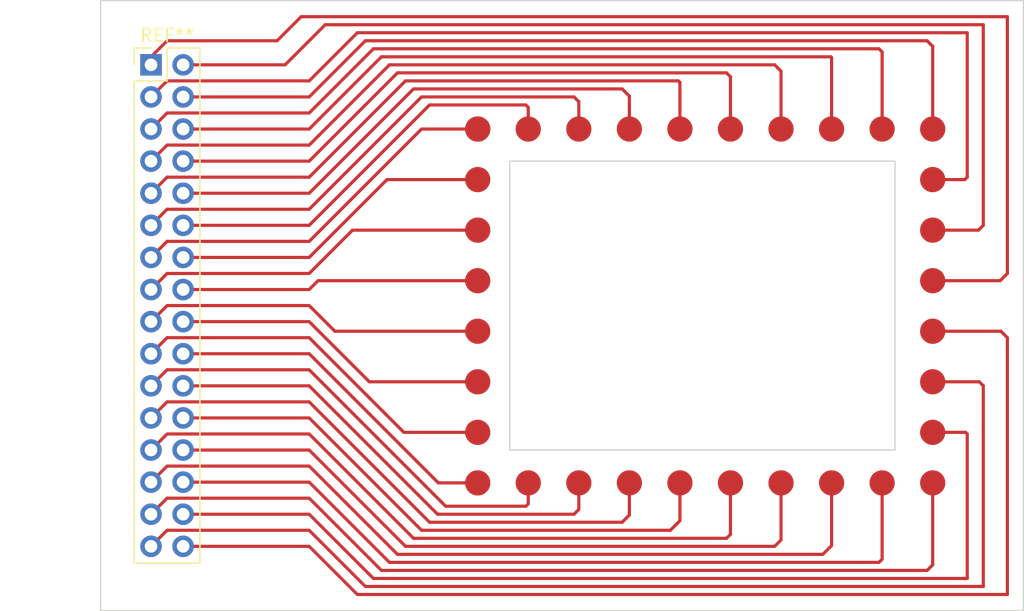
<source format=kicad_pcb>
(kicad_pcb (version 20221018) (generator pcbnew)
  (layers (0 "F.Cu" signal) (31 "B.Cu" signal) (34 "B.Paste" user) (35 "F.Paste" user) (36 "B.SilkS" user "B.Silkscreen") (37 "F.SilkS" user "F.Silkscreen") (38 "B.Mask" user) (39 "F.Mask" user) (44 "Edge.Cuts" user))
  (net 0 "")
  (footprint "CustomFootprints:FingerFrame" (layer "F.Cu") (at 112.01 24.13)
    (fp_text reference "REF**" hide)
    (fp_text value "FingerFrame" hide)
    (pad "1" smd circle (at 0 0) (size 2 2) (layers "F.Cu" "F.Paste" "F.Mask"))
    (pad "1" smd circle (at 0 0) (size 2 2) (layers "F.Cu" "F.Paste" "F.Mask"))
    (pad "1" smd circle (at 0 4) (size 2 2) (layers "F.Cu" "F.Paste" "F.Mask"))
    (pad "1" smd circle (at 0 8) (size 2 2) (layers "F.Cu" "F.Paste" "F.Mask"))
    (pad "1" smd circle (at 0 12) (size 2 2) (layers "F.Cu" "F.Paste" "F.Mask"))
    (pad "1" smd circle (at 0 16) (size 2 2) (layers "F.Cu" "F.Paste" "F.Mask"))
    (pad "1" smd circle (at 0 20) (size 2 2) (layers "F.Cu" "F.Paste" "F.Mask"))
    (pad "1" smd circle (at 0 24) (size 2 2) (layers "F.Cu" "F.Paste" "F.Mask"))
    (pad "1" smd circle (at 0 28) (size 2 2) (layers "F.Cu" "F.Paste" "F.Mask"))
    (pad "1" smd circle (at 4 0) (size 2 2) (layers "F.Cu" "F.Paste" "F.Mask"))
    (pad "1" smd circle (at 4 28) (size 2 2) (layers "F.Cu" "F.Paste" "F.Mask"))
    (pad "1" smd circle (at 8 0) (size 2 2) (layers "F.Cu" "F.Paste" "F.Mask"))
    (pad "1" smd circle (at 8 28) (size 2 2) (layers "F.Cu" "F.Paste" "F.Mask"))
    (pad "1" smd circle (at 12 0) (size 2 2) (layers "F.Cu" "F.Paste" "F.Mask"))
    (pad "1" smd circle (at 12 28) (size 2 2) (layers "F.Cu" "F.Paste" "F.Mask"))
    (pad "1" smd circle (at 16 0) (size 2 2) (layers "F.Cu" "F.Paste" "F.Mask"))
    (pad "1" smd circle (at 16 28) (size 2 2) (layers "F.Cu" "F.Paste" "F.Mask"))
    (pad "1" smd circle (at 20 0) (size 2 2) (layers "F.Cu" "F.Paste" "F.Mask"))
    (pad "1" smd circle (at 20 28) (size 2 2) (layers "F.Cu" "F.Paste" "F.Mask"))
    (pad "1" smd circle (at 24 0) (size 2 2) (layers "F.Cu" "F.Paste" "F.Mask"))
    (pad "1" smd circle (at 24 28) (size 2 2) (layers "F.Cu" "F.Paste" "F.Mask"))
    (pad "1" smd circle (at 28 0) (size 2 2) (layers "F.Cu" "F.Paste" "F.Mask"))
    (pad "1" smd circle (at 28 28) (size 2 2) (layers "F.Cu" "F.Paste" "F.Mask"))
    (pad "1" smd circle (at 32 0) (size 2 2) (layers "F.Cu" "F.Paste" "F.Mask"))
    (pad "1" smd circle (at 32 28) (size 2 2) (layers "F.Cu" "F.Paste" "F.Mask"))
    (pad "1" smd circle (at 36 0) (size 2 2) (layers "F.Cu" "F.Paste" "F.Mask"))
    (pad "1" smd circle (at 36 4) (size 2 2) (layers "F.Cu" "F.Paste" "F.Mask"))
    (pad "1" smd circle (at 36 8) (size 2 2) (layers "F.Cu" "F.Paste" "F.Mask"))
    (pad "1" smd circle (at 36 12) (size 2 2) (layers "F.Cu" "F.Paste" "F.Mask"))
    (pad "1" smd circle (at 36 16) (size 2 2) (layers "F.Cu" "F.Paste" "F.Mask"))
    (pad "1" smd circle (at 36 20) (size 2 2) (layers "F.Cu" "F.Paste" "F.Mask"))
    (pad "1" smd circle (at 36 24) (size 2 2) (layers "F.Cu" "F.Paste" "F.Mask"))
    (pad "1" smd circle (at 36 28) (size 2 2) (layers "F.Cu" "F.Paste" "F.Mask"))
  )
  (footprint "Connector_PinHeader_2.54mm:PinHeader_2x16_P2.54mm_Vertical" (layer "F.Cu") (at 86.16 19.05)
    (fp_text reference "REF**" (at 1.27 -2.33) (layer "F.SilkS"))
    (fp_text value "PinHeader_2x16_P2.54mm_Vertical")
    (fp_line (start -1.33 -1.33) (end 0 -1.33) (stroke (width 0.12)) (layer "F.SilkS"))
    (fp_line (start -1.33 0) (end -1.33 -1.33) (stroke (width 0.12)) (layer "F.SilkS"))
    (fp_line (start -1.33 1.27) (end -1.33 39.43) (stroke (width 0.12)) (layer "F.SilkS"))
    (fp_line (start -1.33 1.27) (end 1.27 1.27) (stroke (width 0.12)) (layer "F.SilkS"))
    (fp_line (start -1.33 39.43) (end 3.87 39.43) (stroke (width 0.12)) (layer "F.SilkS"))
    (fp_line (start 1.27 -1.33) (end 3.87 -1.33) (stroke (width 0.12)) (layer "F.SilkS"))
    (fp_line (start 1.27 1.27) (end 1.27 -1.33) (stroke (width 0.12)) (layer "F.SilkS"))
    (fp_line (start 3.87 -1.33) (end 3.87 39.43) (stroke (width 0.12)) (layer "F.SilkS"))
    (pad "1" thru_hole rect (at 0 0) (size 1.7 1.7) (drill 1) (layers "*.Cu" "*.Mask"))
    (pad "2" thru_hole oval (at 2.54 0) (size 1.7 1.7) (drill 1) (layers "*.Cu" "*.Mask"))
    (pad "3" thru_hole oval (at 0 2.54) (size 1.7 1.7) (drill 1) (layers "*.Cu" "*.Mask"))
    (pad "4" thru_hole oval (at 2.54 2.54) (size 1.7 1.7) (drill 1) (layers "*.Cu" "*.Mask"))
    (pad "5" thru_hole oval (at 0 5.08) (size 1.7 1.7) (drill 1) (layers "*.Cu" "*.Mask"))
    (pad "6" thru_hole oval (at 2.54 5.08) (size 1.7 1.7) (drill 1) (layers "*.Cu" "*.Mask"))
    (pad "7" thru_hole oval (at 0 7.62) (size 1.7 1.7) (drill 1) (layers "*.Cu" "*.Mask"))
    (pad "8" thru_hole oval (at 2.54 7.62) (size 1.7 1.7) (drill 1) (layers "*.Cu" "*.Mask"))
    (pad "9" thru_hole oval (at 0 10.16) (size 1.7 1.7) (drill 1) (layers "*.Cu" "*.Mask"))
    (pad "10" thru_hole oval (at 2.54 10.16) (size 1.7 1.7) (drill 1) (layers "*.Cu" "*.Mask"))
    (pad "11" thru_hole oval (at 0 12.7) (size 1.7 1.7) (drill 1) (layers "*.Cu" "*.Mask"))
    (pad "12" thru_hole oval (at 2.54 12.7) (size 1.7 1.7) (drill 1) (layers "*.Cu" "*.Mask"))
    (pad "13" thru_hole oval (at 0 15.24) (size 1.7 1.7) (drill 1) (layers "*.Cu" "*.Mask"))
    (pad "14" thru_hole oval (at 2.54 15.24) (size 1.7 1.7) (drill 1) (layers "*.Cu" "*.Mask"))
    (pad "15" thru_hole oval (at 0 17.78) (size 1.7 1.7) (drill 1) (layers "*.Cu" "*.Mask"))
    (pad "16" thru_hole oval (at 2.54 17.78) (size 1.7 1.7) (drill 1) (layers "*.Cu" "*.Mask"))
    (pad "17" thru_hole oval (at 0 20.32) (size 1.7 1.7) (drill 1) (layers "*.Cu" "*.Mask"))
    (pad "18" thru_hole oval (at 2.54 20.32) (size 1.7 1.7) (drill 1) (layers "*.Cu" "*.Mask"))
    (pad "19" thru_hole oval (at 0 22.86) (size 1.7 1.7) (drill 1) (layers "*.Cu" "*.Mask"))
    (pad "20" thru_hole oval (at 2.54 22.86) (size 1.7 1.7) (drill 1) (layers "*.Cu" "*.Mask"))
    (pad "21" thru_hole oval (at 0 25.4) (size 1.7 1.7) (drill 1) (layers "*.Cu" "*.Mask"))
    (pad "22" thru_hole oval (at 2.54 25.4) (size 1.7 1.7) (drill 1) (layers "*.Cu" "*.Mask"))
    (pad "23" thru_hole oval (at 0 27.94) (size 1.7 1.7) (drill 1) (layers "*.Cu" "*.Mask"))
    (pad "24" thru_hole oval (at 2.54 27.94) (size 1.7 1.7) (drill 1) (layers "*.Cu" "*.Mask"))
    (pad "25" thru_hole oval (at 0 30.48) (size 1.7 1.7) (drill 1) (layers "*.Cu" "*.Mask"))
    (pad "26" thru_hole oval (at 2.54 30.48) (size 1.7 1.7) (drill 1) (layers "*.Cu" "*.Mask"))
    (pad "27" thru_hole oval (at 0 33.02) (size 1.7 1.7) (drill 1) (layers "*.Cu" "*.Mask"))
    (pad "28" thru_hole oval (at 2.54 33.02) (size 1.7 1.7) (drill 1) (layers "*.Cu" "*.Mask"))
    (pad "29" thru_hole oval (at 0 35.56) (size 1.7 1.7) (drill 1) (layers "*.Cu" "*.Mask"))
    (pad "30" thru_hole oval (at 2.54 35.56) (size 1.7 1.7) (drill 1) (layers "*.Cu" "*.Mask"))
    (pad "31" thru_hole oval (at 0 38.1) (size 1.7 1.7) (drill 1) (layers "*.Cu" "*.Mask"))
    (pad "32" thru_hole oval (at 2.54 38.1) (size 1.7 1.7) (drill 1) (layers "*.Cu" "*.Mask"))
  )
  (gr_rect (start 114.55 26.67) (end 145.03 49.53) (stroke (width 0.1)) (fill none) (layer "Edge.Cuts"))
  (gr_rect (start 82.165 13.97) (end 155.19 62.23) (stroke (width 0.1)) (fill none) (layer "Edge.Cuts"))
  (segment (start 128.01 20.445) (end 127.885 20.32) (width 0.25) (layer "F.Cu") (net 0))
  (segment (start 87.43 55.88) (end 86.16 57.15) (width 0.25) (layer "F.Cu") (net 0))
  (segment (start 153.35 36.13) (end 148.01 36.13) (width 0.25) (layer "F.Cu") (net 0))
  (segment (start 124.01 21.525) (end 123.44 20.955) (width 0.25) (layer "F.Cu") (net 0))
  (segment (start 87.43 38.1) (end 86.16 39.37) (width 0.25) (layer "F.Cu") (net 0))
  (segment (start 116.01 53.785) (end 115.82 53.975) (width 0.25) (layer "F.Cu") (net 0))
  (segment (start 148.01 40.13) (end 153.41 40.13) (width 0.25) (layer "F.Cu") (net 0))
  (segment (start 87.43 53.34) (end 86.16 54.61) (width 0.25) (layer "F.Cu") (net 0))
  (segment (start 98.675 49.53) (end 88.7 49.53) (width 0.25) (layer "F.Cu") (net 0))
  (segment (start 98.675 39.37) (end 88.7 39.37) (width 0.25) (layer "F.Cu") (net 0))
  (segment (start 128.01 55.12) (end 127.25 55.88) (width 0.25) (layer "F.Cu") (net 0))
  (segment (start 132.01 20) (end 131.695 19.685) (width 0.25) (layer "F.Cu") (net 0))
  (segment (start 98.675 34.29) (end 88.7 34.29) (width 0.25) (layer "F.Cu") (net 0))
  (segment (start 87.43 22.86) (end 86.16 24.13) (width 0.25) (layer "F.Cu") (net 0))
  (segment (start 120.01 21.97) (end 119.63 21.59) (width 0.25) (layer "F.Cu") (net 0))
  (segment (start 148.01 48.13) (end 150.615 48.13) (width 0.25) (layer "F.Cu") (net 0))
  (segment (start 132.01 56.2) (end 131.695 56.515) (width 0.25) (layer "F.Cu") (net 0))
  (segment (start 99.945 15.875) (end 96.77 19.05) (width 0.25) (layer "F.Cu") (net 0))
  (segment (start 127.885 20.32) (end 106.295 20.32) (width 0.25) (layer "F.Cu") (net 0))
  (segment (start 98.675 26.67) (end 88.7 26.67) (width 0.25) (layer "F.Cu") (net 0))
  (segment (start 140.01 57.09) (end 139.315 57.785) (width 0.25) (layer "F.Cu") (net 0))
  (segment (start 119.63 54.61) (end 108.835 54.61) (width 0.25) (layer "F.Cu") (net 0))
  (segment (start 152.015 15.875) (end 152.015 31.75) (width 0.25) (layer "F.Cu") (net 0))
  (segment (start 144.01 52.13) (end 144.01 58.17) (width 0.25) (layer "F.Cu") (net 0))
  (segment (start 135.505 19.05) (end 105.025 19.05) (width 0.25) (layer "F.Cu") (net 0))
  (segment (start 136.01 56.645) (end 135.505 57.15) (width 0.25) (layer "F.Cu") (net 0))
  (segment (start 153.92 15.24) (end 153.92 35.56) (width 0.25) (layer "F.Cu") (net 0))
  (segment (start 87.43 45.72) (end 86.16 46.99) (width 0.25) (layer "F.Cu") (net 0))
  (segment (start 87.43 43.18) (end 86.16 44.45) (width 0.25) (layer "F.Cu") (net 0))
  (segment (start 127.25 55.88) (end 107.565 55.88) (width 0.25) (layer "F.Cu") (net 0))
  (segment (start 98.04 15.24) (end 153.92 15.24) (width 0.25) (layer "F.Cu") (net 0))
  (segment (start 143.76 17.78) (end 103.755 17.78) (width 0.25) (layer "F.Cu") (net 0))
  (segment (start 98.675 48.26) (end 87.43 48.26) (width 0.25) (layer "F.Cu") (net 0))
  (segment (start 132.01 52.13) (end 132.01 56.2) (width 0.25) (layer "F.Cu") (net 0))
  (segment (start 102.485 16.51) (end 98.675 20.32) (width 0.25) (layer "F.Cu") (net 0))
  (segment (start 87.43 25.4) (end 86.16 26.67) (width 0.25) (layer "F.Cu") (net 0))
  (segment (start 98.675 55.88) (end 87.43 55.88) (width 0.25) (layer "F.Cu") (net 0))
  (segment (start 108.895 52.13) (end 98.675 41.91) (width 0.25) (layer "F.Cu") (net 0))
  (segment (start 99.375 36.13) (end 98.675 36.83) (width 0.25) (layer "F.Cu") (net 0))
  (segment (start 87.43 35.56) (end 86.16 36.83) (width 0.25) (layer "F.Cu") (net 0))
  (segment (start 98.675 46.99) (end 88.7 46.99) (width 0.25) (layer "F.Cu") (net 0))
  (segment (start 106.295 20.32) (end 98.675 27.94) (width 0.25) (layer "F.Cu") (net 0))
  (segment (start 103.12 17.145) (end 98.675 21.59) (width 0.25) (layer "F.Cu") (net 0))
  (segment (start 112.01 48.13) (end 106.165 48.13) (width 0.25) (layer "F.Cu") (net 0))
  (segment (start 153.92 40.64) (end 153.92 60.96) (width 0.25) (layer "F.Cu") (net 0))
  (segment (start 102.105 32.13) (end 98.675 35.56) (width 0.25) (layer "F.Cu") (net 0))
  (segment (start 87.43 40.64) (end 86.16 41.91) (width 0.25) (layer "F.Cu") (net 0))
  (segment (start 98.675 45.72) (end 87.43 45.72) (width 0.25) (layer "F.Cu") (net 0))
  (segment (start 106.93 20.955) (end 98.675 29.21) (width 0.25) (layer "F.Cu") (net 0))
  (segment (start 98.675 38.1) (end 87.43 38.1) (width 0.25) (layer "F.Cu") (net 0))
  (segment (start 96.135 17.145) (end 87.435 17.145) (width 0.25) (layer "F.Cu") (net 0))
  (segment (start 104.835 28.13) (end 98.675 34.29) (width 0.25) (layer "F.Cu") (net 0))
  (segment (start 98.675 27.94) (end 87.43 27.94) (width 0.25) (layer "F.Cu") (net 0))
  (segment (start 152.015 60.325) (end 103.12 60.325) (width 0.25) (layer "F.Cu") (net 0))
  (segment (start 98.675 22.86) (end 87.43 22.86) (width 0.25) (layer "F.Cu") (net 0))
  (segment (start 136.01 52.13) (end 136.01 56.645) (width 0.25) (layer "F.Cu") (net 0))
  (segment (start 106.93 56.515) (end 98.675 48.26) (width 0.25) (layer "F.Cu") (net 0))
  (segment (start 153.92 60.96) (end 102.485 60.96) (width 0.25) (layer "F.Cu") (net 0))
  (segment (start 103.435 44.13) (end 98.675 39.37) (width 0.25) (layer "F.Cu") (net 0))
  (segment (start 143.76 58.42) (end 105.025 58.42) (width 0.25) (layer "F.Cu") (net 0))
  (segment (start 107.565 24.13) (end 98.675 33.02) (width 0.25) (layer "F.Cu") (net 0))
  (segment (start 98.675 33.02) (end 87.43 33.02) (width 0.25) (layer "F.Cu") (net 0))
  (segment (start 109.47 53.975) (end 98.675 43.18) (width 0.25) (layer "F.Cu") (net 0))
  (segment (start 112.01 44.13) (end 103.435 44.13) (width 0.25) (layer "F.Cu") (net 0))
  (segment (start 124.01 54.675) (end 123.44 55.245) (width 0.25) (layer "F.Cu") (net 0))
  (segment (start 136.01 24.13) (end 136.01 19.555) (width 0.25) (layer "F.Cu") (net 0))
  (segment (start 140.01 52.13) (end 140.01 57.09) (width 0.25) (layer "F.Cu") (net 0))
  (segment (start 119.63 21.59) (end 107.565 21.59) (width 0.25) (layer "F.Cu") (net 0))
  (segment (start 112.01 36.13) (end 99.375 36.13) (width 0.25) (layer "F.Cu") (net 0))
  (segment (start 98.675 21.59) (end 88.7 21.59) (width 0.25) (layer "F.Cu") (net 0))
  (segment (start 98.675 50.8) (end 87.43 50.8) (width 0.25) (layer "F.Cu") (net 0))
  (segment (start 112.01 40.13) (end 100.705 40.13) (width 0.25) (layer "F.Cu") (net 0))
  (segment (start 108.2 22.225) (end 98.675 31.75) (width 0.25) (layer "F.Cu") (net 0))
  (segment (start 103.755 59.69) (end 98.675 54.61) (width 0.25) (layer "F.Cu") (net 0))
  (segment (start 102.485 60.96) (end 98.675 57.15) (width 0.25) (layer "F.Cu") (net 0))
  (segment (start 87.43 48.26) (end 86.16 49.53) (width 0.25) (layer "F.Cu") (net 0))
  (segment (start 123.44 20.955) (end 106.93 20.955) (width 0.25) (layer "F.Cu") (net 0))
  (segment (start 128.01 24.13) (end 128.01 20.445) (width 0.25) (layer "F.Cu") (net 0))
  (segment (start 120.01 24.13) (end 120.01 21.97) (width 0.25) (layer "F.Cu") (net 0))
  (segment (start 105.66 57.785) (end 98.675 50.8) (width 0.25) (layer "F.Cu") (net 0))
  (segment (start 86.16 18.42) (end 86.16 19.05) (width 0.25) (layer "F.Cu") (net 0))
  (segment (start 150.745 16.51) (end 102.485 16.51) (width 0.25) (layer "F.Cu") (net 0))
  (segment (start 136.01 19.555) (end 135.505 19.05) (width 0.25) (layer "F.Cu") (net 0))
  (segment (start 98.675 30.48) (end 87.43 30.48) (width 0.25) (layer "F.Cu") (net 0))
  (segment (start 87.43 30.48) (end 86.16 31.75) (width 0.25) (layer "F.Cu") (net 0))
  (segment (start 112.01 32.13) (end 102.105 32.13) (width 0.25) (layer "F.Cu") (net 0))
  (segment (start 131.695 19.685) (end 105.66 19.685) (width 0.25) (layer "F.Cu") (net 0))
  (segment (start 87.43 20.32) (end 86.16 21.59) (width 0.25) (layer "F.Cu") (net 0))
  (segment (start 98.675 57.15) (end 88.7 57.15) (width 0.25) (layer "F.Cu") (net 0))
  (segment (start 148.01 17.585) (end 147.57 17.145) (width 0.25) (layer "F.Cu") (net 0))
  (segment (start 98.675 40.64) (end 87.43 40.64) (width 0.25) (layer "F.Cu") (net 0))
  (segment (start 152.015 31.75) (end 151.635 32.13) (width 0.25) (layer "F.Cu") (net 0))
  (segment (start 98.675 29.21) (end 88.7 29.21) (width 0.25) (layer "F.Cu") (net 0))
  (segment (start 140.01 24.13) (end 140.01 18.475) (width 0.25) (layer "F.Cu") (net 0))
  (segment (start 139.95 18.415) (end 104.39 18.415) (width 0.25) (layer "F.Cu") (net 0))
  (segment (start 148.01 44.13) (end 151.695 44.13) (width 0.25) (layer "F.Cu") (net 0))
  (segment (start 100.705 40.13) (end 98.675 38.1) (width 0.25) (layer "F.Cu") (net 0))
  (segment (start 128.01 52.13) (end 128.01 55.12) (width 0.25) (layer "F.Cu") (net 0))
  (segment (start 147.57 59.055) (end 104.39 59.055) (width 0.25) (layer "F.Cu") (net 0))
  (segment (start 108.835 54.61) (end 98.675 44.45) (width 0.25) (layer "F.Cu") (net 0))
  (segment (start 148.01 28.13) (end 150.555 28.13) (width 0.25) (layer "F.Cu") (net 0))
  (segment (start 147.57 17.145) (end 103.12 17.145) (width 0.25) (layer "F.Cu") (net 0))
  (segment (start 103.12 60.325) (end 98.675 55.88) (width 0.25) (layer "F.Cu") (net 0))
  (segment (start 148.01 58.615) (end 147.57 59.055) (width 0.25) (layer "F.Cu") (net 0))
  (segment (start 105.66 19.685) (end 98.675 26.67) (width 0.25) (layer "F.Cu") (net 0))
  (segment (start 116.01 22.415) (end 115.82 22.225) (width 0.25) (layer "F.Cu") (net 0))
  (segment (start 105.025 19.05) (end 98.675 25.4) (width 0.25) (layer "F.Cu") (net 0))
  (segment (start 115.82 53.975) (end 109.47 53.975) (width 0.25) (layer "F.Cu") (net 0))
  (segment (start 153.41 40.13) (end 153.92 40.64) (width 0.25) (layer "F.Cu") (net 0))
  (segment (start 98.675 43.18) (end 87.43 43.18) (width 0.25) (layer "F.Cu") (net 0))
  (segment (start 104.39 18.415) (end 98.675 24.13) (width 0.25) (layer "F.Cu") (net 0))
  (segment (start 144.01 24.13) (end 144.01 18.03) (width 0.25) (layer "F.Cu") (net 0))
  (segment (start 115.82 22.225) (end 108.2 22.225) (width 0.25) (layer "F.Cu") (net 0))
  (segment (start 106.295 57.15) (end 98.675 49.53) (width 0.25) (layer "F.Cu") (net 0))
  (segment (start 150.615 48.13) (end 150.745 48.26) (width 0.25) (layer "F.Cu") (net 0))
  (segment (start 98.675 20.32) (end 87.43 20.32) (width 0.25) (layer "F.Cu") (net 0))
  (segment (start 152.015 44.45) (end 152.015 60.325) (width 0.25) (layer "F.Cu") (net 0))
  (segment (start 106.165 48.13) (end 98.675 40.64) (width 0.25) (layer "F.Cu") (net 0))
  (segment (start 107.565 21.59) (end 98.675 30.48) (width 0.25) (layer "F.Cu") (net 0))
  (segment (start 144.01 18.03) (end 143.76 17.78) (width 0.25) (layer "F.Cu") (net 0))
  (segment (start 98.675 24.13) (end 88.7 24.13) (width 0.25) (layer "F.Cu") (net 0))
  (segment (start 98.04 15.24) (end 96.135 17.145) (width 0.25) (layer "F.Cu") (net 0))
  (segment (start 140.01 18.475) (end 139.95 18.415) (width 0.25) (layer "F.Cu") (net 0))
  (segment (start 148.01 52.13) (end 148.01 58.615) (width 0.25) (layer "F.Cu") (net 0))
  (segment (start 98.675 52.07) (end 88.7 52.07) (width 0.25) (layer "F.Cu") (net 0))
  (segment (start 144.01 58.17) (end 143.76 58.42) (width 0.25) (layer "F.Cu") (net 0))
  (segment (start 105.025 58.42) (end 98.675 52.07) (width 0.25) (layer "F.Cu") (net 0))
  (segment (start 87.435 17.145) (end 86.16 18.42) (width 0.25) (layer "F.Cu") (net 0))
  (segment (start 103.755 17.78) (end 98.675 22.86) (width 0.25) (layer "F.Cu") (net 0))
  (segment (start 151.635 32.13) (end 148.01 32.13) (width 0.25) (layer "F.Cu") (net 0))
  (segment (start 150.745 59.69) (end 103.755 59.69) (width 0.25) (layer "F.Cu") (net 0))
  (segment (start 98.675 25.4) (end 87.43 25.4) (width 0.25) (layer "F.Cu") (net 0))
  (segment (start 98.675 31.75) (end 88.7 31.75) (width 0.25) (layer "F.Cu") (net 0))
  (segment (start 116.01 52.13) (end 116.01 53.785) (width 0.25) (layer "F.Cu") (net 0))
  (segment (start 150.555 28.13) (end 150.745 27.94) (width 0.25) (layer "F.Cu") (net 0))
  (segment (start 131.695 56.515) (end 106.93 56.515) (width 0.25) (layer "F.Cu") (net 0))
  (segment (start 116.01 24.13) (end 116.01 22.415) (width 0.25) (layer "F.Cu") (net 0))
  (segment (start 104.39 59.055) (end 98.675 53.34) (width 0.25) (layer "F.Cu") (net 0))
  (segment (start 120.01 52.13) (end 120.01 54.23) (width 0.25) (layer "F.Cu") (net 0))
  (segment (start 98.675 41.91) (end 88.7 41.91) (width 0.25) (layer "F.Cu") (net 0))
  (segment (start 112.01 24.13) (end 107.565 24.13) (width 0.25) (layer "F.Cu") (net 0))
  (segment (start 150.745 48.26) (end 150.745 59.69) (width 0.25) (layer "F.Cu") (net 0))
  (segment (start 98.675 35.56) (end 87.43 35.56) (width 0.25) (layer "F.Cu") (net 0))
  (segment (start 96.77 19.05) (end 88.7 19.05) (width 0.25) (layer "F.Cu") (net 0))
  (segment (start 124.01 52.13) (end 124.01 54.675) (width 0.25) (layer "F.Cu") (net 0))
  (segment (start 99.945 15.875) (end 152.015 15.875) (width 0.25) (layer "F.Cu") (net 0))
  (segment (start 87.43 27.94) (end 86.16 29.21) (width 0.25) (layer "F.Cu") (net 0))
  (segment (start 98.675 44.45) (end 88.7 44.45) (width 0.25) (layer "F.Cu") (net 0))
  (segment (start 112.01 28.13) (end 104.835 28.13) (width 0.25) (layer "F.Cu") (net 0))
  (segment (start 98.675 54.61) (end 88.7 54.61) (width 0.25) (layer "F.Cu") (net 0))
  (segment (start 123.44 55.245) (end 108.2 55.245) (width 0.25) (layer "F.Cu") (net 0))
  (segment (start 87.43 50.8) (end 86.16 52.07) (width 0.25) (layer "F.Cu") (net 0))
  (segment (start 124.01 24.13) (end 124.01 21.525) (width 0.25) (layer "F.Cu") (net 0))
  (segment (start 151.695 44.13) (end 152.015 44.45) (width 0.25) (layer "F.Cu") (net 0))
  (segment (start 112.01 52.13) (end 108.895 52.13) (width 0.25) (layer "F.Cu") (net 0))
  (segment (start 150.745 27.94) (end 150.745 16.51) (width 0.25) (layer "F.Cu") (net 0))
  (segment (start 87.43 33.02) (end 86.16 34.29) (width 0.25) (layer "F.Cu") (net 0))
  (segment (start 107.565 55.88) (end 98.675 46.99) (width 0.25) (layer "F.Cu") (net 0))
  (segment (start 132.01 24.13) (end 132.01 20) (width 0.25) (layer "F.Cu") (net 0))
  (segment (start 108.2 55.245) (end 98.675 45.72) (width 0.25) (layer "F.Cu") (net 0))
  (segment (start 98.675 53.34) (end 87.43 53.34) (width 0.25) (layer "F.Cu") (net 0))
  (segment (start 153.92 35.56) (end 153.35 36.13) (width 0.25) (layer "F.Cu") (net 0))
  (segment (start 148.01 24.13) (end 148.01 17.585) (width 0.25) (layer "F.Cu") (net 0))
  (segment (start 139.315 57.785) (end 105.66 57.785) (width 0.25) (layer "F.Cu") (net 0))
  (segment (start 135.505 57.15) (end 106.295 57.15) (width 0.25) (layer "F.Cu") (net 0))
  (segment (start 98.675 36.83) (end 88.7 36.83) (width 0.25) (layer "F.Cu") (net 0))
  (segment (start 120.01 54.23) (end 119.63 54.61) (width 0.25) (layer "F.Cu") (net 0))
)
</source>
